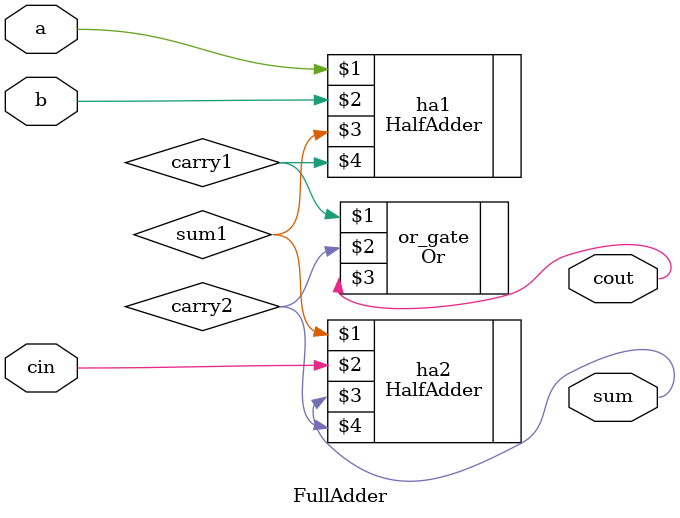
<source format=v>
`include "half_adder.v"
`include "../logic-gates/others.v"

module FullAdder(input a, b, cin, output sum, cout);
    wire sum1, carry1, carry2;
    HalfAdder ha1(a, b, sum1, carry1);
    HalfAdder ha2(sum1, cin, sum, carry2);
    Or or_gate(carry1, carry2, cout);
endmodule
</source>
